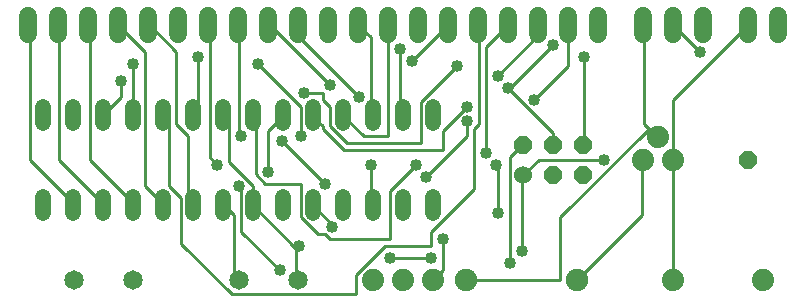
<source format=gtl>
G75*
G70*
%OFA0B0*%
%FSLAX24Y24*%
%IPPOS*%
%LPD*%
%AMOC8*
5,1,8,0,0,1.08239X$1,22.5*
%
%ADD10C,0.0520*%
%ADD11C,0.0740*%
%ADD12C,0.0600*%
%ADD13C,0.0600*%
%ADD14OC8,0.0600*%
%ADD15C,0.0650*%
%ADD16C,0.0750*%
%ADD17C,0.0100*%
%ADD18C,0.0400*%
D10*
X002109Y003347D02*
X002109Y003867D01*
X003109Y003867D02*
X003109Y003347D01*
X004109Y003347D02*
X004109Y003867D01*
X005109Y003867D02*
X005109Y003347D01*
X006109Y003347D02*
X006109Y003867D01*
X007109Y003867D02*
X007109Y003347D01*
X008109Y003347D02*
X008109Y003867D01*
X009109Y003867D02*
X009109Y003347D01*
X010109Y003347D02*
X010109Y003867D01*
X011109Y003867D02*
X011109Y003347D01*
X012109Y003347D02*
X012109Y003867D01*
X013109Y003867D02*
X013109Y003347D01*
X014109Y003347D02*
X014109Y003867D01*
X015109Y003867D02*
X015109Y003347D01*
X015109Y006347D02*
X015109Y006867D01*
X014109Y006867D02*
X014109Y006347D01*
X013109Y006347D02*
X013109Y006867D01*
X012109Y006867D02*
X012109Y006347D01*
X011109Y006347D02*
X011109Y006867D01*
X010109Y006867D02*
X010109Y006347D01*
X009109Y006347D02*
X009109Y006867D01*
X008109Y006867D02*
X008109Y006347D01*
X007109Y006347D02*
X007109Y006867D01*
X006109Y006867D02*
X006109Y006347D01*
X005109Y006347D02*
X005109Y006867D01*
X004109Y006867D02*
X004109Y006347D01*
X003109Y006347D02*
X003109Y006867D01*
X002109Y006867D02*
X002109Y006347D01*
D11*
X013109Y001107D03*
X014109Y001107D03*
X015109Y001107D03*
X023109Y001107D03*
X026109Y001107D03*
X023109Y005107D03*
X022109Y005107D03*
X022609Y005857D03*
D12*
X023109Y009307D02*
X023109Y009907D01*
X022109Y009907D02*
X022109Y009307D01*
X020609Y009307D02*
X020609Y009907D01*
X019609Y009907D02*
X019609Y009307D01*
X018609Y009307D02*
X018609Y009907D01*
X017609Y009907D02*
X017609Y009307D01*
X016609Y009307D02*
X016609Y009907D01*
X015609Y009907D02*
X015609Y009307D01*
X014609Y009307D02*
X014609Y009907D01*
X013609Y009907D02*
X013609Y009307D01*
X012609Y009307D02*
X012609Y009907D01*
X011609Y009907D02*
X011609Y009307D01*
X010609Y009307D02*
X010609Y009907D01*
X009609Y009907D02*
X009609Y009307D01*
X008609Y009307D02*
X008609Y009907D01*
X007609Y009907D02*
X007609Y009307D01*
X006609Y009307D02*
X006609Y009907D01*
X005609Y009907D02*
X005609Y009307D01*
X004609Y009307D02*
X004609Y009907D01*
X003609Y009907D02*
X003609Y009307D01*
X002609Y009307D02*
X002609Y009907D01*
X001609Y009907D02*
X001609Y009307D01*
X024109Y009307D02*
X024109Y009907D01*
X025609Y009907D02*
X025609Y009307D01*
X026609Y009307D02*
X026609Y009907D01*
D13*
X018109Y004607D03*
D14*
X019109Y004607D03*
X020109Y004607D03*
X020109Y005607D03*
X019109Y005607D03*
X018109Y005607D03*
X025609Y005107D03*
D15*
X003124Y001107D03*
X005093Y001107D03*
X008624Y001107D03*
X010593Y001107D03*
D16*
X016209Y001107D03*
X019909Y001107D03*
D17*
X022069Y003267D01*
X022069Y005107D01*
X022109Y005107D01*
X023109Y005107D02*
X023109Y001107D01*
X019349Y001107D02*
X016209Y001107D01*
X015429Y001427D02*
X015109Y001107D01*
X015429Y001427D02*
X015429Y002467D01*
X015029Y002227D02*
X015029Y002707D01*
X016469Y004147D01*
X016469Y006147D01*
X016629Y006307D01*
X016629Y009587D01*
X016609Y009607D01*
X016869Y008867D02*
X017609Y009607D01*
X018549Y009587D02*
X018549Y009187D01*
X017269Y007907D01*
X017589Y007507D02*
X017669Y007427D01*
X017669Y007507D01*
X019109Y008947D01*
X020149Y008547D02*
X020149Y005667D01*
X020109Y005607D01*
X019109Y005607D02*
X019109Y005987D01*
X017669Y007427D01*
X018469Y007107D02*
X019589Y008227D01*
X019589Y009587D01*
X019609Y009607D01*
X018609Y009607D02*
X018549Y009587D01*
X016869Y008867D02*
X016869Y005347D01*
X017189Y004947D02*
X017269Y004867D01*
X017269Y003347D01*
X019349Y003187D02*
X022309Y006147D01*
X022549Y005907D01*
X022609Y005857D01*
X022309Y006147D02*
X022149Y006307D01*
X022149Y009587D01*
X022109Y009607D01*
X023109Y009587D02*
X023109Y009607D01*
X023109Y009587D02*
X023989Y008707D01*
X023109Y007107D02*
X025609Y009607D01*
X023109Y007107D02*
X023109Y005107D01*
X020789Y005107D02*
X018629Y005107D01*
X018149Y004627D01*
X018109Y004607D01*
X018069Y004547D01*
X018069Y002067D01*
X017669Y001667D02*
X017669Y005187D01*
X018069Y005587D01*
X018109Y005607D01*
X016229Y005907D02*
X016229Y006387D01*
X016229Y006867D02*
X015429Y006067D01*
X015429Y005427D01*
X012149Y005427D01*
X011429Y006147D01*
X011429Y006227D01*
X011109Y006547D01*
X011109Y006607D01*
X010709Y006867D02*
X010709Y005907D01*
X010069Y005747D02*
X011509Y004307D01*
X010709Y004307D02*
X010709Y003187D01*
X011269Y002627D01*
X011509Y002627D01*
X011669Y002467D01*
X013669Y002467D01*
X013669Y004067D01*
X014549Y004947D01*
X014869Y004547D02*
X016229Y005907D01*
X014709Y005667D02*
X014709Y007027D01*
X015909Y008227D01*
X015609Y009607D02*
X014389Y008387D01*
X013989Y008787D02*
X013989Y006707D01*
X014069Y006627D01*
X014109Y006607D01*
X013109Y006607D02*
X013109Y006627D01*
X013029Y006707D01*
X013029Y009187D01*
X012609Y009607D01*
X013589Y009587D02*
X013609Y009607D01*
X013589Y009587D02*
X013589Y005907D01*
X012789Y005907D01*
X012149Y006547D01*
X012109Y006607D01*
X011669Y006867D02*
X011669Y006227D01*
X012229Y005667D01*
X014709Y005667D01*
X013029Y004947D02*
X013029Y003747D01*
X013109Y003667D01*
X013109Y003607D01*
X011749Y002947D02*
X011749Y002867D01*
X011749Y002947D02*
X011109Y003587D01*
X011109Y003607D01*
X010709Y004307D02*
X009509Y004307D01*
X009189Y004627D01*
X009189Y006467D01*
X009109Y006547D01*
X009109Y006607D01*
X008309Y006387D02*
X008309Y005027D01*
X009109Y004227D01*
X009109Y003607D01*
X009109Y003587D01*
X010549Y002147D01*
X010629Y002227D01*
X010549Y002147D02*
X010549Y001107D01*
X010593Y001107D01*
X009989Y001427D02*
X008709Y002707D01*
X008709Y004147D01*
X008629Y004227D01*
X008149Y003587D02*
X008109Y003607D01*
X008149Y003587D02*
X008469Y003267D01*
X008469Y001187D01*
X008549Y001107D01*
X008624Y001107D01*
X008389Y000627D02*
X012549Y000627D01*
X012549Y001267D01*
X013509Y002227D01*
X015029Y002227D01*
X015029Y001827D02*
X013669Y001827D01*
X008389Y000627D02*
X006709Y002307D01*
X006709Y003827D01*
X006309Y004227D01*
X006309Y006387D01*
X006149Y006547D01*
X006109Y006607D01*
X006549Y006307D02*
X006549Y008707D01*
X005669Y009587D01*
X005609Y009607D01*
X005509Y008707D02*
X004609Y009607D01*
X003669Y009587D02*
X003609Y009607D01*
X003669Y009587D02*
X003669Y005107D01*
X005109Y003667D01*
X005109Y003607D01*
X005509Y004227D02*
X006069Y003667D01*
X006109Y003607D01*
X006949Y003827D02*
X006949Y005907D01*
X006549Y006307D01*
X007109Y006607D02*
X007109Y006627D01*
X007269Y006787D01*
X007269Y008547D01*
X005509Y008707D02*
X005509Y004227D01*
X006949Y003827D02*
X007109Y003667D01*
X007109Y003607D01*
X009589Y004707D02*
X009589Y006067D01*
X010069Y006547D01*
X010109Y006607D01*
X010709Y006867D02*
X009269Y008307D01*
X010629Y009187D02*
X010629Y009587D01*
X010609Y009607D01*
X009669Y009587D02*
X009609Y009607D01*
X009669Y009587D02*
X011669Y007587D01*
X011429Y007347D02*
X011429Y007107D01*
X011669Y006867D01*
X011429Y007347D02*
X010789Y007347D01*
X010629Y009187D02*
X012629Y007187D01*
X008709Y005907D02*
X008629Y005987D01*
X008629Y009587D01*
X008609Y009607D01*
X007669Y009587D02*
X007609Y009607D01*
X007669Y009587D02*
X007669Y005187D01*
X007909Y004947D01*
X008309Y006387D02*
X008149Y006547D01*
X008109Y006607D01*
X005109Y006607D02*
X005109Y008307D01*
X004709Y007747D02*
X004709Y007187D01*
X004149Y006627D01*
X004109Y006607D01*
X002629Y005107D02*
X002629Y009587D01*
X002609Y009607D01*
X001669Y009587D02*
X001609Y009607D01*
X001669Y009587D02*
X001669Y005107D01*
X003109Y003667D01*
X003109Y003607D01*
X004069Y003667D02*
X004109Y003607D01*
X004069Y003667D02*
X002629Y005107D01*
X019349Y003187D02*
X019349Y001107D01*
D18*
X017669Y001667D03*
X018069Y002067D03*
X015429Y002467D03*
X015029Y001827D03*
X013669Y001827D03*
X011749Y002867D03*
X010629Y002227D03*
X009989Y001427D03*
X008629Y004227D03*
X009589Y004707D03*
X007909Y004947D03*
X008709Y005907D03*
X010069Y005747D03*
X010709Y005907D03*
X013029Y004947D03*
X014549Y004947D03*
X014869Y004547D03*
X016869Y005347D03*
X017189Y004947D03*
X016229Y006387D03*
X016229Y006867D03*
X017589Y007507D03*
X017269Y007907D03*
X015909Y008227D03*
X014389Y008387D03*
X013989Y008787D03*
X011669Y007587D03*
X010789Y007347D03*
X012629Y007187D03*
X009269Y008307D03*
X007269Y008547D03*
X005109Y008307D03*
X004709Y007747D03*
X011509Y004307D03*
X017269Y003347D03*
X020789Y005107D03*
X018469Y007107D03*
X020149Y008547D03*
X019109Y008947D03*
X023989Y008707D03*
M02*

</source>
